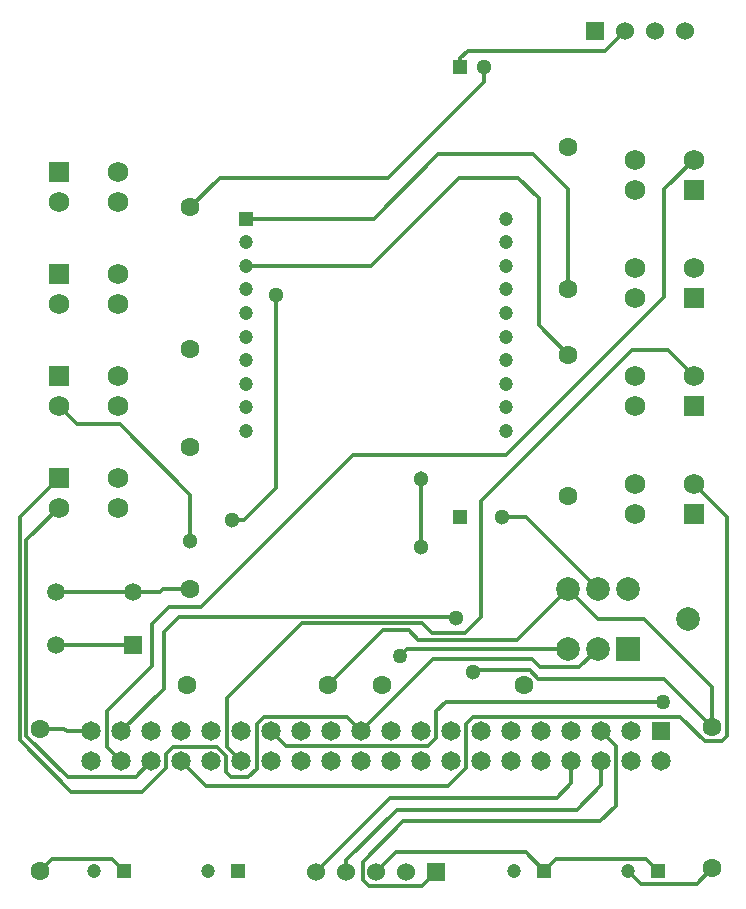
<source format=gbl>
%FSLAX44Y44*%
%MOMM*%
G71*
G01*
G75*
G04 Layer_Physical_Order=2*
G04 Layer_Color=16711680*
%ADD10R,0.9500X1.9000*%
%ADD11R,5.5000X6.9000*%
%ADD12R,0.9000X0.9500*%
%ADD13R,0.9000X0.9500*%
%ADD14C,0.3000*%
%ADD15C,1.6000*%
%ADD16R,1.3000X1.3000*%
%ADD17C,1.3000*%
%ADD18C,1.6500*%
%ADD19R,1.6500X1.6500*%
%ADD20C,1.2000*%
%ADD21R,1.2000X1.2000*%
%ADD22C,1.5000*%
%ADD23R,1.5000X1.5000*%
%ADD24R,1.5240X1.5240*%
%ADD25C,1.5240*%
%ADD26C,2.0000*%
%ADD27R,2.0000X2.0000*%
%ADD28R,1.2000X1.2000*%
%ADD29R,1.7500X1.7500*%
%ADD30C,1.7500*%
%ADD31C,1.2700*%
G54D14*
X103620Y286660D02*
X126524D01*
X129424Y289560D01*
X152400D01*
X38620Y286660D02*
X103620D01*
X25400Y170800D02*
X45752D01*
X47852Y168700D01*
X68700D01*
X38620Y241660D02*
X103620D01*
X436880Y350520D02*
X497840Y289560D01*
X416000Y350520D02*
X436880D01*
X500500Y168700D02*
X512858Y156342D01*
Y105704D02*
Y156342D01*
X499650Y92496D02*
X512858Y105704D01*
X332264Y92496D02*
X499650D01*
X298228Y58460D02*
X332264Y92496D01*
X298228Y43220D02*
Y58460D01*
Y43220D02*
X303308Y38140D01*
X348940D01*
X360800Y50000D01*
X310000D02*
X326380Y66380D01*
X436540D01*
X452120Y50800D01*
X448488Y222798D02*
X481878D01*
X497840Y238760D01*
X452120Y50800D02*
X462320Y61000D01*
X538440D01*
X548640Y50800D01*
X581304Y39664D02*
X594360Y52720D01*
X534376Y39664D02*
X581304D01*
X523240Y50800D02*
X534376Y39664D01*
X86320Y61000D02*
X96520Y50800D01*
X35600Y61000D02*
X86320D01*
X25400Y50800D02*
X35600Y61000D01*
X368840Y193842D02*
X552482D01*
X360712Y185714D02*
X368840Y193842D01*
X360712Y163108D02*
Y185714D01*
X353600Y155996D02*
X360712Y163108D01*
X233804Y155996D02*
X353600D01*
X221100Y168700D02*
X233804Y155996D01*
X446867Y213400D02*
X553680D01*
X594360Y172720D01*
Y206320D01*
X536480Y264200D02*
X594360Y206320D01*
X497800Y264200D02*
X536480D01*
X472440Y289560D02*
X497800Y264200D01*
X429300Y246420D02*
X472440Y289560D01*
X269240Y208280D02*
X315530Y254570D01*
X148036Y330000D02*
X152500D01*
X148036D02*
X152500Y334464D01*
Y369034D01*
X92742Y428792D02*
X152500Y369034D01*
X56748Y428792D02*
X92742D01*
X41040Y444500D02*
X56748Y428792D01*
X284600Y50000D02*
Y60040D01*
X327060Y102500D01*
X480000D01*
X500500Y123000D01*
Y143300D01*
X259200Y50000D02*
X321700Y112500D01*
X462500D01*
X475100Y125100D01*
Y143300D01*
X385858Y137708D02*
Y175300D01*
X391700Y181142D01*
X567214D01*
X587788Y160568D01*
X602520D01*
X606584Y164632D01*
Y350596D01*
X578720Y378460D02*
X606584Y350596D01*
X370650Y122500D02*
X385858Y137708D01*
X144900Y143300D02*
X165700Y122500D01*
X370650D01*
X7820Y350320D02*
X41040Y383540D01*
X7820Y161416D02*
Y350320D01*
Y161416D02*
X51736Y117500D01*
X111650D01*
X132112Y137962D01*
Y149900D01*
X137802Y155590D01*
X175391D01*
X182912Y148069D01*
Y134058D02*
Y148069D01*
Y134058D02*
X186970Y130000D01*
X201366D01*
X208566Y137200D01*
Y175300D01*
X214408Y181142D01*
X284858D01*
X297300Y168700D01*
X13360Y330460D02*
X41040Y358140D01*
X13360Y165140D02*
Y330460D01*
Y165140D02*
X48500Y130000D01*
X106200D01*
X119500Y143300D01*
X447500Y512620D02*
X472440Y487680D01*
X447500Y512620D02*
Y620000D01*
X430000Y637500D02*
X447500Y620000D01*
X380000Y637500D02*
X430000D01*
X305420Y562920D02*
X380000Y637500D01*
X199880Y562920D02*
X305420D01*
X183166Y155834D02*
X195700Y143300D01*
X183166Y155834D02*
Y196636D01*
X246640Y260110D01*
X348610D01*
X356712Y252008D01*
X384665D01*
X398558Y265901D01*
Y363558D01*
X526784Y491784D01*
X556836D01*
X578720Y469900D01*
X439947Y220320D02*
X446867Y213400D01*
X392898Y220320D02*
X439947D01*
X391820Y219242D02*
X392898Y220320D01*
X441630Y229656D02*
X448488Y222798D01*
X297300Y168700D02*
X358256Y229656D01*
X441630D01*
X315530Y254570D02*
X337322D01*
X345472Y246420D01*
X429300D01*
X225000Y375300D02*
Y537800D01*
X187500Y347500D02*
X197500D01*
X225000Y375000D01*
X199880Y602920D02*
X307920D01*
X362500Y657500D01*
X442500D01*
X472440Y627560D01*
Y543560D02*
Y627560D01*
X347500Y325000D02*
Y387499D01*
X347500D01*
Y382500D02*
Y387499D01*
X336260Y238760D02*
X472440D01*
X330000Y232500D02*
X336260Y238760D01*
X94100Y168700D02*
X130000Y204600D01*
Y252690D01*
X143060Y265750D01*
X376750D01*
X377500Y265000D01*
X81566Y155834D02*
X94100Y143300D01*
X81566Y155834D02*
Y185968D01*
X120000Y224402D01*
Y259962D01*
X134144Y274106D01*
X161606D01*
X290000Y402500D01*
X420000D01*
X553752Y536252D01*
Y627812D01*
X578720Y652780D01*
X152400Y612760D02*
X177140Y637500D01*
X320000D01*
X401000Y718500D01*
Y731520D01*
X381000D02*
Y738500D01*
X387500Y745000D01*
X503700D01*
X520700Y762000D01*
G54D15*
X594360Y172720D02*
D03*
Y52720D02*
D03*
X472440Y543560D02*
D03*
Y663560D02*
D03*
Y487680D02*
D03*
Y367680D02*
D03*
X152400Y492760D02*
D03*
Y612760D02*
D03*
Y289560D02*
D03*
Y409560D02*
D03*
X25400Y50800D02*
D03*
Y170800D02*
D03*
X269240Y208280D02*
D03*
X149240D02*
D03*
X314960D02*
D03*
X434960D02*
D03*
G54D16*
X381000Y731520D02*
D03*
Y350520D02*
D03*
G54D17*
X401000Y731520D02*
D03*
X416000Y350520D02*
D03*
X152500Y330000D02*
D03*
X391820Y219242D02*
D03*
X225000Y537800D02*
D03*
X187500Y347500D02*
D03*
X347500Y325000D02*
D03*
X347500Y382500D02*
D03*
X377500Y265000D02*
D03*
G54D18*
X68700Y168700D02*
D03*
Y143300D02*
D03*
X94100Y168700D02*
D03*
Y143300D02*
D03*
X119500Y168700D02*
D03*
Y143300D02*
D03*
X144900Y168700D02*
D03*
Y143300D02*
D03*
X170300Y168700D02*
D03*
Y143300D02*
D03*
X195700Y168700D02*
D03*
Y143300D02*
D03*
X221100Y168700D02*
D03*
Y143300D02*
D03*
X246500Y168700D02*
D03*
Y143300D02*
D03*
X271900Y168700D02*
D03*
Y143300D02*
D03*
X297300Y168700D02*
D03*
Y143300D02*
D03*
X322700Y168700D02*
D03*
Y143300D02*
D03*
X348100Y168700D02*
D03*
Y143300D02*
D03*
X373500Y168700D02*
D03*
Y143300D02*
D03*
X398900Y168700D02*
D03*
Y143300D02*
D03*
X424300Y168700D02*
D03*
Y143300D02*
D03*
X449700Y168700D02*
D03*
Y143300D02*
D03*
X475100Y168700D02*
D03*
Y143300D02*
D03*
X500500Y168700D02*
D03*
Y143300D02*
D03*
X525900Y168700D02*
D03*
Y143300D02*
D03*
X551300D02*
D03*
G54D19*
Y168700D02*
D03*
G54D20*
X71120Y50800D02*
D03*
X167640D02*
D03*
X523240D02*
D03*
X426720D02*
D03*
X199880Y422920D02*
D03*
Y442920D02*
D03*
Y462920D02*
D03*
Y482920D02*
D03*
Y502920D02*
D03*
Y522920D02*
D03*
Y542920D02*
D03*
Y562920D02*
D03*
Y582920D02*
D03*
X419880Y422920D02*
D03*
Y442920D02*
D03*
Y462920D02*
D03*
Y482920D02*
D03*
Y502920D02*
D03*
Y522920D02*
D03*
Y542920D02*
D03*
Y562920D02*
D03*
Y582920D02*
D03*
Y602920D02*
D03*
G54D21*
X96520Y50800D02*
D03*
X193040D02*
D03*
X548640D02*
D03*
X452120D02*
D03*
G54D22*
X103620Y286660D02*
D03*
X38620Y241660D02*
D03*
Y286660D02*
D03*
G54D23*
X103620Y241660D02*
D03*
G54D24*
X360800Y50000D02*
D03*
X495300Y762000D02*
D03*
G54D25*
X335400Y50000D02*
D03*
X310000D02*
D03*
X284600D02*
D03*
X259200D02*
D03*
X571500Y762000D02*
D03*
X520700D02*
D03*
X546100D02*
D03*
G54D26*
X472440Y238760D02*
D03*
X497840Y289560D02*
D03*
X472440D02*
D03*
X523240D02*
D03*
X497840Y238760D02*
D03*
X574040Y264160D02*
D03*
G54D27*
X523240Y238760D02*
D03*
G54D28*
X199880Y602920D02*
D03*
G54D29*
X41040Y556260D02*
D03*
Y469900D02*
D03*
Y383540D02*
D03*
X578720Y627380D02*
D03*
Y535940D02*
D03*
Y444500D02*
D03*
Y353060D02*
D03*
X41040Y642620D02*
D03*
G54D30*
X91040Y556260D02*
D03*
Y530860D02*
D03*
X41040D02*
D03*
X91040Y469900D02*
D03*
Y444500D02*
D03*
X41040D02*
D03*
X91040Y383540D02*
D03*
Y358140D02*
D03*
X41040D02*
D03*
X528720Y627380D02*
D03*
Y652780D02*
D03*
X578720D02*
D03*
X528720Y535940D02*
D03*
Y561340D02*
D03*
X578720D02*
D03*
X528720Y444500D02*
D03*
Y469900D02*
D03*
X578720D02*
D03*
X528720Y353060D02*
D03*
Y378460D02*
D03*
X578720D02*
D03*
X91040Y642620D02*
D03*
Y617220D02*
D03*
X41040D02*
D03*
G54D31*
X552482Y193842D02*
D03*
X330000Y232500D02*
D03*
M02*

</source>
